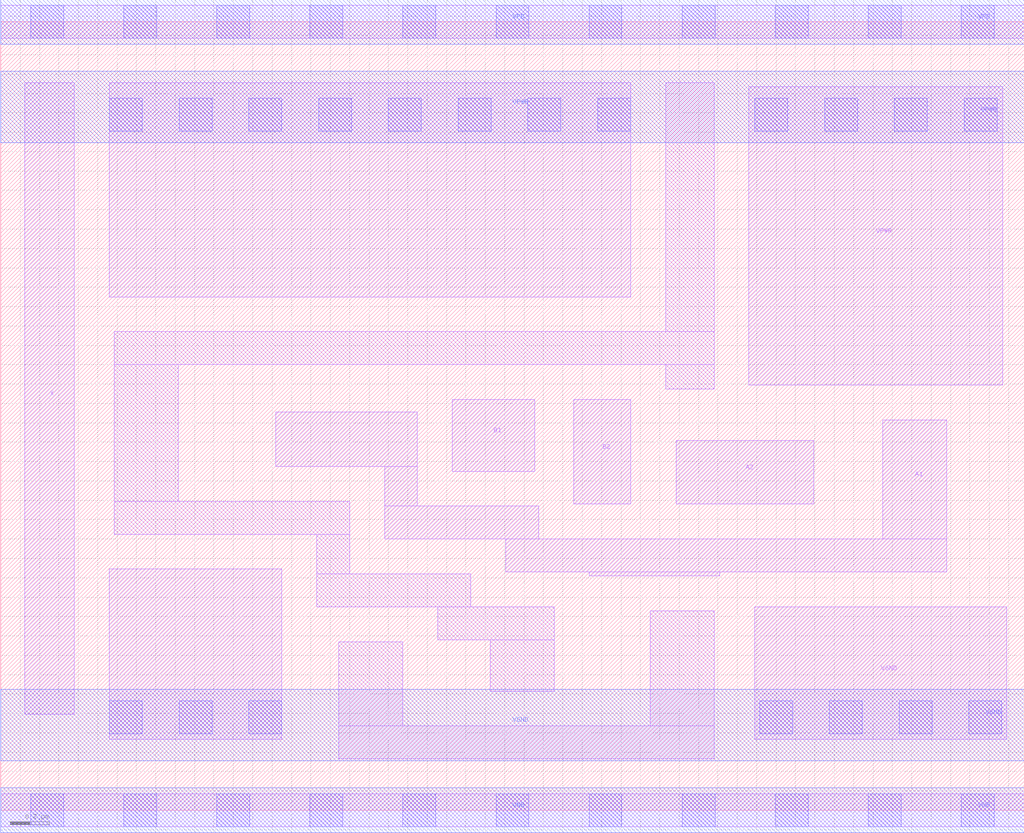
<source format=lef>
# Copyright 2020 The SkyWater PDK Authors
#
# Licensed under the Apache License, Version 2.0 (the "License");
# you may not use this file except in compliance with the License.
# You may obtain a copy of the License at
#
#     https://www.apache.org/licenses/LICENSE-2.0
#
# Unless required by applicable law or agreed to in writing, software
# distributed under the License is distributed on an "AS IS" BASIS,
# WITHOUT WARRANTIES OR CONDITIONS OF ANY KIND, either express or implied.
# See the License for the specific language governing permissions and
# limitations under the License.
#
# SPDX-License-Identifier: Apache-2.0

VERSION 5.7 ;
  NAMESCASESENSITIVE ON ;
  NOWIREEXTENSIONATPIN ON ;
  DIVIDERCHAR "/" ;
  BUSBITCHARS "[]" ;
UNITS
  DATABASE MICRONS 200 ;
END UNITS
MACRO sky130_fd_sc_hvl__o22a_1
  CLASS CORE ;
  SOURCE USER ;
  FOREIGN sky130_fd_sc_hvl__o22a_1 ;
  ORIGIN  0.000000  0.000000 ;
  SIZE  5.280000 BY  4.070000 ;
  SYMMETRY X Y ;
  SITE unithv ;
  PIN A1
    ANTENNAGATEAREA  1.125000 ;
    DIRECTION INPUT ;
    USE SIGNAL ;
    PORT
      LAYER li1 ;
        RECT 1.420000 1.775000 2.150000 2.055000 ;
        RECT 1.980000 1.400000 2.775000 1.570000 ;
        RECT 1.980000 1.570000 2.150000 1.775000 ;
        RECT 2.605000 1.230000 4.880000 1.400000 ;
        RECT 3.035000 1.210000 3.710000 1.230000 ;
        RECT 4.550000 1.400000 4.880000 2.015000 ;
    END
  END A1
  PIN A2
    ANTENNAGATEAREA  1.125000 ;
    DIRECTION INPUT ;
    USE SIGNAL ;
    PORT
      LAYER li1 ;
        RECT 3.485000 1.580000 4.195000 1.910000 ;
    END
  END A2
  PIN B1
    ANTENNAGATEAREA  1.125000 ;
    DIRECTION INPUT ;
    USE SIGNAL ;
    PORT
      LAYER li1 ;
        RECT 2.330000 1.750000 2.755000 2.120000 ;
    END
  END B1
  PIN B2
    ANTENNAGATEAREA  1.125000 ;
    DIRECTION INPUT ;
    USE SIGNAL ;
    PORT
      LAYER li1 ;
        RECT 2.955000 1.580000 3.250000 2.120000 ;
    END
  END B2
  PIN X
    ANTENNADIFFAREA  0.641250 ;
    DIRECTION OUTPUT ;
    USE SIGNAL ;
    PORT
      LAYER li1 ;
        RECT 0.125000 0.495000 0.380000 3.755000 ;
    END
  END X
  PIN VGND
    DIRECTION INOUT ;
    USE GROUND ;
    PORT
      LAYER li1 ;
        RECT 0.560000 0.365000 1.450000 1.245000 ;
        RECT 3.890000 0.365000 5.190000 1.050000 ;
      LAYER mcon ;
        RECT 0.560000 0.395000 0.730000 0.565000 ;
        RECT 0.920000 0.395000 1.090000 0.565000 ;
        RECT 1.280000 0.395000 1.450000 0.565000 ;
        RECT 3.915000 0.395000 4.085000 0.565000 ;
        RECT 4.275000 0.395000 4.445000 0.565000 ;
        RECT 4.635000 0.395000 4.805000 0.565000 ;
        RECT 4.995000 0.395000 5.165000 0.565000 ;
      LAYER met1 ;
        RECT 0.000000 0.255000 5.280000 0.625000 ;
    END
  END VGND
  PIN VNB
    DIRECTION INOUT ;
    USE GROUND ;
    PORT
      LAYER li1 ;
        RECT 0.000000 -0.085000 5.280000 0.085000 ;
      LAYER mcon ;
        RECT 0.155000 -0.085000 0.325000 0.085000 ;
        RECT 0.635000 -0.085000 0.805000 0.085000 ;
        RECT 1.115000 -0.085000 1.285000 0.085000 ;
        RECT 1.595000 -0.085000 1.765000 0.085000 ;
        RECT 2.075000 -0.085000 2.245000 0.085000 ;
        RECT 2.555000 -0.085000 2.725000 0.085000 ;
        RECT 3.035000 -0.085000 3.205000 0.085000 ;
        RECT 3.515000 -0.085000 3.685000 0.085000 ;
        RECT 3.995000 -0.085000 4.165000 0.085000 ;
        RECT 4.475000 -0.085000 4.645000 0.085000 ;
        RECT 4.955000 -0.085000 5.125000 0.085000 ;
      LAYER met1 ;
        RECT 0.000000 -0.115000 5.280000 0.115000 ;
    END
  END VNB
  PIN VPB
    DIRECTION INOUT ;
    USE POWER ;
    PORT
      LAYER li1 ;
        RECT 0.000000 3.985000 5.280000 4.155000 ;
      LAYER mcon ;
        RECT 0.155000 3.985000 0.325000 4.155000 ;
        RECT 0.635000 3.985000 0.805000 4.155000 ;
        RECT 1.115000 3.985000 1.285000 4.155000 ;
        RECT 1.595000 3.985000 1.765000 4.155000 ;
        RECT 2.075000 3.985000 2.245000 4.155000 ;
        RECT 2.555000 3.985000 2.725000 4.155000 ;
        RECT 3.035000 3.985000 3.205000 4.155000 ;
        RECT 3.515000 3.985000 3.685000 4.155000 ;
        RECT 3.995000 3.985000 4.165000 4.155000 ;
        RECT 4.475000 3.985000 4.645000 4.155000 ;
        RECT 4.955000 3.985000 5.125000 4.155000 ;
      LAYER met1 ;
        RECT 0.000000 3.955000 5.280000 4.185000 ;
    END
  END VPB
  PIN VPWR
    DIRECTION INOUT ;
    USE POWER ;
    PORT
      LAYER li1 ;
        RECT 0.560000 2.650000 3.250000 3.755000 ;
        RECT 3.860000 2.195000 5.170000 3.735000 ;
      LAYER mcon ;
        RECT 0.560000 3.505000 0.730000 3.675000 ;
        RECT 0.920000 3.505000 1.090000 3.675000 ;
        RECT 1.280000 3.505000 1.450000 3.675000 ;
        RECT 1.640000 3.505000 1.810000 3.675000 ;
        RECT 2.000000 3.505000 2.170000 3.675000 ;
        RECT 2.360000 3.505000 2.530000 3.675000 ;
        RECT 2.720000 3.505000 2.890000 3.675000 ;
        RECT 3.080000 3.505000 3.250000 3.675000 ;
        RECT 3.890000 3.505000 4.060000 3.675000 ;
        RECT 4.250000 3.505000 4.420000 3.675000 ;
        RECT 4.610000 3.505000 4.780000 3.675000 ;
        RECT 4.970000 3.505000 5.140000 3.675000 ;
      LAYER met1 ;
        RECT 0.000000 3.445000 5.280000 3.815000 ;
    END
  END VPWR
  OBS
    LAYER li1 ;
      RECT 0.585000 1.425000 1.800000 1.595000 ;
      RECT 0.585000 1.595000 0.915000 2.300000 ;
      RECT 0.585000 2.300000 3.680000 2.470000 ;
      RECT 1.630000 1.050000 2.425000 1.220000 ;
      RECT 1.630000 1.220000 1.800000 1.425000 ;
      RECT 1.745000 0.265000 3.680000 0.435000 ;
      RECT 1.745000 0.435000 2.075000 0.870000 ;
      RECT 2.255000 0.880000 2.855000 1.050000 ;
      RECT 2.525000 0.615000 2.855000 0.880000 ;
      RECT 3.350000 0.435000 3.680000 1.030000 ;
      RECT 3.430000 2.175000 3.680000 2.300000 ;
      RECT 3.430000 2.470000 3.680000 3.755000 ;
  END
END sky130_fd_sc_hvl__o22a_1

</source>
